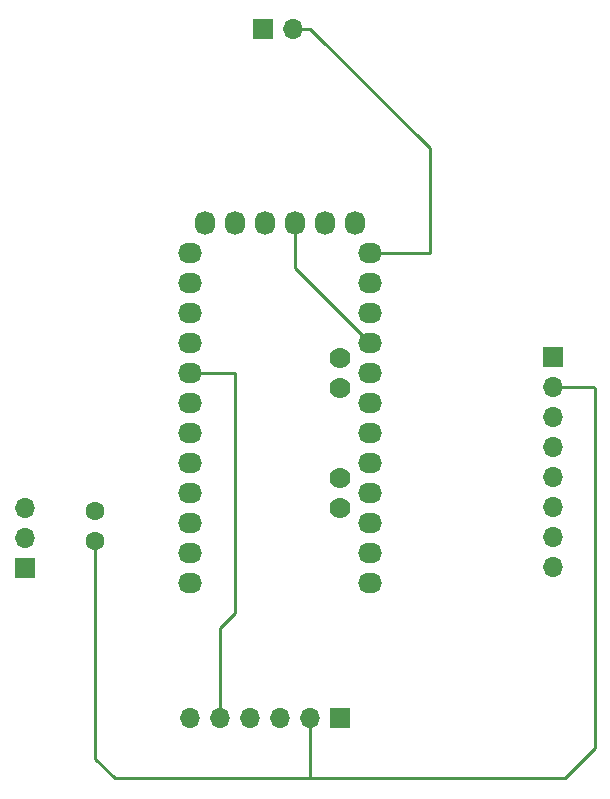
<source format=gbr>
G04 #@! TF.GenerationSoftware,KiCad,Pcbnew,5.0.2+dfsg1-1~bpo9+1*
G04 #@! TF.CreationDate,2019-03-26T11:30:45+01:00*
G04 #@! TF.ProjectId,DhMonitor,44684d6f-6e69-4746-9f72-2e6b69636164,0.1*
G04 #@! TF.SameCoordinates,Original*
G04 #@! TF.FileFunction,Copper,L1,Top*
G04 #@! TF.FilePolarity,Positive*
%FSLAX46Y46*%
G04 Gerber Fmt 4.6, Leading zero omitted, Abs format (unit mm)*
G04 Created by KiCad (PCBNEW 5.0.2+dfsg1-1~bpo9+1) date Tue 26 Mar 2019 11:30:45 CET*
%MOMM*%
%LPD*%
G01*
G04 APERTURE LIST*
G04 #@! TA.AperFunction,ComponentPad*
%ADD10O,2.032000X1.727200*%
G04 #@! TD*
G04 #@! TA.AperFunction,ComponentPad*
%ADD11O,1.727200X2.032000*%
G04 #@! TD*
G04 #@! TA.AperFunction,ComponentPad*
%ADD12C,1.778000*%
G04 #@! TD*
G04 #@! TA.AperFunction,ComponentPad*
%ADD13R,1.700000X1.700000*%
G04 #@! TD*
G04 #@! TA.AperFunction,ComponentPad*
%ADD14O,1.700000X1.700000*%
G04 #@! TD*
G04 #@! TA.AperFunction,ComponentPad*
%ADD15C,1.600000*%
G04 #@! TD*
G04 #@! TA.AperFunction,Conductor*
%ADD16C,0.250000*%
G04 #@! TD*
G04 APERTURE END LIST*
D10*
G04 #@! TO.P,P1,1*
G04 #@! TO.N,Net-(P1-Pad1)*
X138430000Y-85090000D03*
G04 #@! TO.P,P1,2*
G04 #@! TO.N,Net-(P1-Pad2)*
X138430000Y-87630000D03*
G04 #@! TO.P,P1,3*
G04 #@! TO.N,/Reset*
X138430000Y-90170000D03*
G04 #@! TO.P,P1,4*
G04 #@! TO.N,Net-(P1-Pad4)*
X138430000Y-92710000D03*
G04 #@! TO.P,P1,5*
G04 #@! TO.N,/2*
X138430000Y-95250000D03*
G04 #@! TO.P,P1,6*
G04 #@! TO.N,/3(\002A\002A)*
X138430000Y-97790000D03*
G04 #@! TO.P,P1,7*
G04 #@! TO.N,/4*
X138430000Y-100330000D03*
G04 #@! TO.P,P1,8*
G04 #@! TO.N,/5(\002A\002A)*
X138430000Y-102870000D03*
G04 #@! TO.P,P1,9*
G04 #@! TO.N,/6(\002A\002A)*
X138430000Y-105410000D03*
G04 #@! TO.P,P1,10*
G04 #@! TO.N,/7*
X138430000Y-107950000D03*
G04 #@! TO.P,P1,11*
G04 #@! TO.N,/8*
X138430000Y-110490000D03*
G04 #@! TO.P,P1,12*
G04 #@! TO.N,/9(\002A\002A)*
X138430000Y-113030000D03*
G04 #@! TD*
D11*
G04 #@! TO.P,P2,1*
G04 #@! TO.N,/DTR*
X139700000Y-82550000D03*
G04 #@! TO.P,P2,2*
G04 #@! TO.N,/1(Tx)*
X142240000Y-82550000D03*
G04 #@! TO.P,P2,3*
G04 #@! TO.N,/0(Rx)*
X144780000Y-82550000D03*
G04 #@! TO.P,P2,4*
G04 #@! TO.N,Net-(J2-Pad2)*
X147320000Y-82550000D03*
G04 #@! TO.P,P2,5*
G04 #@! TO.N,Net-(J1-Pad1)*
X149860000Y-82550000D03*
G04 #@! TO.P,P2,6*
X152400000Y-82550000D03*
G04 #@! TD*
D12*
G04 #@! TO.P,P3,1*
G04 #@! TO.N,/A5*
X151130000Y-93980000D03*
G04 #@! TO.P,P3,2*
G04 #@! TO.N,/A4*
X151130000Y-96520000D03*
G04 #@! TD*
D10*
G04 #@! TO.P,P4,1*
G04 #@! TO.N,/RAW*
X153670000Y-85090000D03*
G04 #@! TO.P,P4,2*
G04 #@! TO.N,Net-(J1-Pad1)*
X153670000Y-87630000D03*
G04 #@! TO.P,P4,3*
G04 #@! TO.N,Net-(P4-Pad3)*
X153670000Y-90170000D03*
G04 #@! TO.P,P4,4*
G04 #@! TO.N,Net-(J2-Pad2)*
X153670000Y-92710000D03*
G04 #@! TO.P,P4,5*
G04 #@! TO.N,Net-(P4-Pad5)*
X153670000Y-95250000D03*
G04 #@! TO.P,P4,6*
G04 #@! TO.N,Net-(P4-Pad6)*
X153670000Y-97790000D03*
G04 #@! TO.P,P4,7*
G04 #@! TO.N,Net-(P4-Pad7)*
X153670000Y-100330000D03*
G04 #@! TO.P,P4,8*
G04 #@! TO.N,Net-(P4-Pad8)*
X153670000Y-102870000D03*
G04 #@! TO.P,P4,9*
G04 #@! TO.N,/13(SCK)*
X153670000Y-105410000D03*
G04 #@! TO.P,P4,10*
G04 #@! TO.N,/12(MISO)*
X153670000Y-107950000D03*
G04 #@! TO.P,P4,11*
G04 #@! TO.N,/10(\002A\002A/SS)*
X153670000Y-110490000D03*
G04 #@! TO.P,P4,12*
G04 #@! TO.N,Net-(J4-Pad4)*
X153670000Y-113030000D03*
G04 #@! TD*
D12*
G04 #@! TO.P,P5,1*
G04 #@! TO.N,/A7*
X151130000Y-104140000D03*
G04 #@! TO.P,P5,2*
G04 #@! TO.N,/A6*
X151130000Y-106680000D03*
G04 #@! TD*
D13*
G04 #@! TO.P,J1,1*
G04 #@! TO.N,Net-(J1-Pad1)*
X144620001Y-66104998D03*
D14*
G04 #@! TO.P,J1,2*
G04 #@! TO.N,/RAW*
X147160001Y-66104998D03*
G04 #@! TD*
D13*
G04 #@! TO.P,J2,1*
G04 #@! TO.N,Net-(J1-Pad1)*
X124460000Y-111760000D03*
D14*
G04 #@! TO.P,J2,2*
G04 #@! TO.N,Net-(J2-Pad2)*
X124460000Y-109220000D03*
G04 #@! TO.P,J2,3*
G04 #@! TO.N,/8*
X124460000Y-106680000D03*
G04 #@! TD*
D13*
G04 #@! TO.P,J3,1*
G04 #@! TO.N,Net-(J1-Pad1)*
X151130000Y-124460000D03*
D14*
G04 #@! TO.P,J3,2*
G04 #@! TO.N,Net-(J2-Pad2)*
X148590000Y-124460000D03*
G04 #@! TO.P,J3,3*
G04 #@! TO.N,/A4*
X146050000Y-124460000D03*
G04 #@! TO.P,J3,4*
G04 #@! TO.N,/A5*
X143510000Y-124460000D03*
G04 #@! TO.P,J3,5*
G04 #@! TO.N,/2*
X140970000Y-124460000D03*
G04 #@! TO.P,J3,6*
G04 #@! TO.N,Net-(J3-Pad6)*
X138430000Y-124460000D03*
G04 #@! TD*
D13*
G04 #@! TO.P,J4,1*
G04 #@! TO.N,Net-(J1-Pad1)*
X169165002Y-93820001D03*
D14*
G04 #@! TO.P,J4,2*
G04 #@! TO.N,Net-(J2-Pad2)*
X169165002Y-96360001D03*
G04 #@! TO.P,J4,3*
G04 #@! TO.N,Net-(J4-Pad3)*
X169165002Y-98900001D03*
G04 #@! TO.P,J4,4*
G04 #@! TO.N,Net-(J4-Pad4)*
X169165002Y-101440001D03*
G04 #@! TO.P,J4,5*
G04 #@! TO.N,/10(\002A\002A/SS)*
X169165002Y-103980001D03*
G04 #@! TO.P,J4,6*
G04 #@! TO.N,/13(SCK)*
X169165002Y-106520001D03*
G04 #@! TO.P,J4,7*
G04 #@! TO.N,/12(MISO)*
X169165002Y-109060001D03*
G04 #@! TO.P,J4,8*
G04 #@! TO.N,Net-(J4-Pad8)*
X169165002Y-111600001D03*
G04 #@! TD*
D15*
G04 #@! TO.P,R1,1*
G04 #@! TO.N,Net-(J2-Pad2)*
X130395002Y-109460001D03*
G04 #@! TO.P,R1,2*
G04 #@! TO.N,/8*
X130395002Y-106920001D03*
G04 #@! TD*
D16*
G04 #@! TO.N,/2*
X138430000Y-95250000D02*
X142240000Y-95250000D01*
X140970000Y-116840000D02*
X140970000Y-124460000D01*
X142240000Y-115570000D02*
X140970000Y-116840000D01*
X142240000Y-95250000D02*
X142240000Y-115570000D01*
G04 #@! TO.N,/RAW*
X153670000Y-85090000D02*
X158750000Y-85090000D01*
X148654998Y-66104998D02*
X147160001Y-66104998D01*
X158750000Y-76200000D02*
X148654998Y-66104998D01*
X158750000Y-85090000D02*
X158750000Y-76200000D01*
G04 #@! TO.N,Net-(J2-Pad2)*
X130395002Y-109460001D02*
X130395002Y-127855002D01*
X172560001Y-96360001D02*
X169165002Y-96360001D01*
X172720000Y-96520000D02*
X172560001Y-96360001D01*
X172720000Y-127000000D02*
X172720000Y-96520000D01*
X170180000Y-129540000D02*
X172720000Y-127000000D01*
X132080000Y-129540000D02*
X148590000Y-129540000D01*
X148590000Y-129540000D02*
X170180000Y-129540000D01*
X130395002Y-127855002D02*
X132080000Y-129540000D01*
X148590000Y-124460000D02*
X148590000Y-129540000D01*
X153670000Y-92710000D02*
X147320000Y-86360000D01*
X147320000Y-86360000D02*
X147320000Y-82550000D01*
G04 #@! TD*
M02*

</source>
